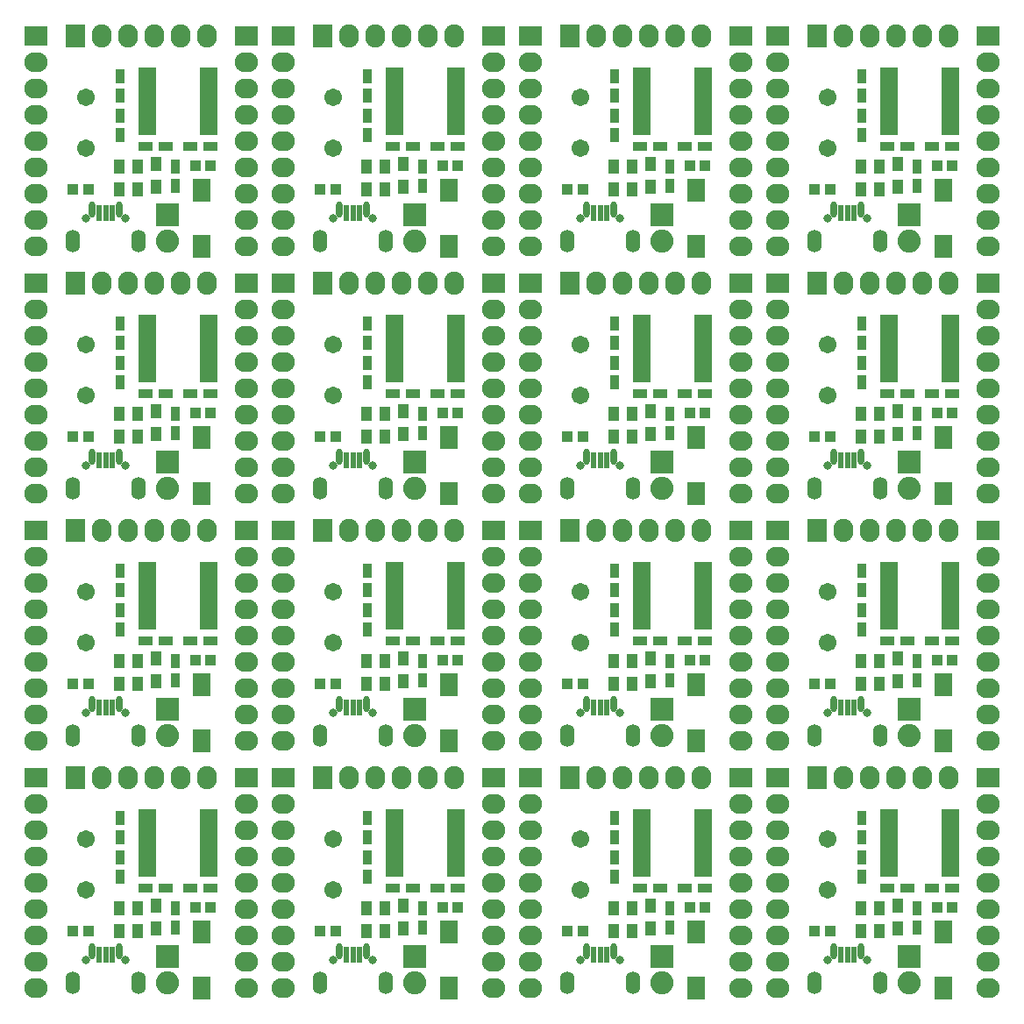
<source format=gts>
G04 #@! TF.FileFunction,Soldermask,Top*
%FSLAX46Y46*%
G04 Gerber Fmt 4.6, Leading zero omitted, Abs format (unit mm)*
G04 Created by KiCad (PCBNEW 4.0.1-2.201512121406+6195~38~ubuntu15.10.1-stable) date Monday, December 14, 2015 PM10:34:12 HKT*
%MOMM*%
G01*
G04 APERTURE LIST*
%ADD10C,0.100000*%
%ADD11R,2.235200X2.235200*%
%ADD12O,2.235200X2.235200*%
%ADD13C,1.704340*%
%ADD14R,1.803200X2.203200*%
%ADD15R,1.103200X1.403200*%
%ADD16R,2.235200X1.930400*%
%ADD17O,2.235200X1.930400*%
%ADD18R,1.930400X2.235200*%
%ADD19O,1.930400X2.235200*%
%ADD20R,1.653200X0.653200*%
%ADD21R,1.000760X1.000760*%
%ADD22R,0.953200X1.403200*%
%ADD23R,1.403200X0.953200*%
%ADD24O,0.603200X1.553200*%
%ADD25R,0.603200X1.553200*%
%ADD26O,1.403200X2.203200*%
%ADD27C,0.803200*%
G04 APERTURE END LIST*
D10*
D11*
X86106000Y4826000D03*
D12*
X86106000Y2286000D03*
D13*
X78232000Y11275060D03*
X78232000Y16156940D03*
D14*
X89408000Y1745000D03*
X89408000Y7145000D03*
D15*
X81407000Y9482000D03*
X81407000Y7282000D03*
X83185000Y7282000D03*
X83185000Y9482000D03*
X84963000Y9736000D03*
X84963000Y7536000D03*
D16*
X93726000Y22098000D03*
D17*
X93726000Y19558000D03*
X93726000Y17018000D03*
X93726000Y14478000D03*
X93726000Y11938000D03*
X93726000Y9398000D03*
X93726000Y6858000D03*
X93726000Y4318000D03*
X93726000Y1778000D03*
D16*
X73406000Y22098000D03*
D17*
X73406000Y19558000D03*
X73406000Y17018000D03*
X73406000Y14478000D03*
X73406000Y11938000D03*
X73406000Y9398000D03*
X73406000Y6858000D03*
X73406000Y4318000D03*
X73406000Y1778000D03*
D18*
X77216000Y22098000D03*
D19*
X79756000Y22098000D03*
X82296000Y22098000D03*
X84836000Y22098000D03*
X87376000Y22098000D03*
X89916000Y22098000D03*
D20*
X84172000Y18673000D03*
X84172000Y18023000D03*
X84172000Y17373000D03*
X84172000Y16723000D03*
X84172000Y16073000D03*
X84172000Y15423000D03*
X84172000Y14773000D03*
X84172000Y14123000D03*
X84172000Y13473000D03*
X84172000Y12823000D03*
X90072000Y12823000D03*
X90072000Y13473000D03*
X90072000Y14123000D03*
X90072000Y14773000D03*
X90072000Y15423000D03*
X90072000Y16073000D03*
X90072000Y16723000D03*
X90072000Y17373000D03*
X90072000Y18023000D03*
X90072000Y18673000D03*
D21*
X78473300Y7239000D03*
X76974700Y7239000D03*
X88785700Y9525000D03*
X90284300Y9525000D03*
D22*
X81534000Y16322000D03*
X81534000Y18222000D03*
X81534000Y14412000D03*
X81534000Y12512000D03*
D23*
X84013000Y11430000D03*
X85913000Y11430000D03*
X88331000Y11430000D03*
X90231000Y11430000D03*
D22*
X86868000Y7559000D03*
X86868000Y9459000D03*
D24*
X78837000Y5286000D03*
D25*
X79487000Y4961000D03*
X80137000Y4961000D03*
X80787000Y4961000D03*
D24*
X81437000Y5286000D03*
D26*
X76937000Y2286000D03*
X83337000Y2286000D03*
D27*
X78237000Y4436000D03*
X82037000Y4436000D03*
D11*
X86106000Y28702000D03*
D12*
X86106000Y26162000D03*
D13*
X78232000Y35151060D03*
X78232000Y40032940D03*
D14*
X89408000Y25621000D03*
X89408000Y31021000D03*
D15*
X81407000Y33358000D03*
X81407000Y31158000D03*
X83185000Y31158000D03*
X83185000Y33358000D03*
X84963000Y33612000D03*
X84963000Y31412000D03*
D16*
X93726000Y45974000D03*
D17*
X93726000Y43434000D03*
X93726000Y40894000D03*
X93726000Y38354000D03*
X93726000Y35814000D03*
X93726000Y33274000D03*
X93726000Y30734000D03*
X93726000Y28194000D03*
X93726000Y25654000D03*
D16*
X73406000Y45974000D03*
D17*
X73406000Y43434000D03*
X73406000Y40894000D03*
X73406000Y38354000D03*
X73406000Y35814000D03*
X73406000Y33274000D03*
X73406000Y30734000D03*
X73406000Y28194000D03*
X73406000Y25654000D03*
D18*
X77216000Y45974000D03*
D19*
X79756000Y45974000D03*
X82296000Y45974000D03*
X84836000Y45974000D03*
X87376000Y45974000D03*
X89916000Y45974000D03*
D20*
X84172000Y42549000D03*
X84172000Y41899000D03*
X84172000Y41249000D03*
X84172000Y40599000D03*
X84172000Y39949000D03*
X84172000Y39299000D03*
X84172000Y38649000D03*
X84172000Y37999000D03*
X84172000Y37349000D03*
X84172000Y36699000D03*
X90072000Y36699000D03*
X90072000Y37349000D03*
X90072000Y37999000D03*
X90072000Y38649000D03*
X90072000Y39299000D03*
X90072000Y39949000D03*
X90072000Y40599000D03*
X90072000Y41249000D03*
X90072000Y41899000D03*
X90072000Y42549000D03*
D21*
X78473300Y31115000D03*
X76974700Y31115000D03*
X88785700Y33401000D03*
X90284300Y33401000D03*
D22*
X81534000Y40198000D03*
X81534000Y42098000D03*
X81534000Y38288000D03*
X81534000Y36388000D03*
D23*
X84013000Y35306000D03*
X85913000Y35306000D03*
X88331000Y35306000D03*
X90231000Y35306000D03*
D22*
X86868000Y31435000D03*
X86868000Y33335000D03*
D24*
X78837000Y29162000D03*
D25*
X79487000Y28837000D03*
X80137000Y28837000D03*
X80787000Y28837000D03*
D24*
X81437000Y29162000D03*
D26*
X76937000Y26162000D03*
X83337000Y26162000D03*
D27*
X78237000Y28312000D03*
X82037000Y28312000D03*
D11*
X86106000Y52578000D03*
D12*
X86106000Y50038000D03*
D13*
X78232000Y59027060D03*
X78232000Y63908940D03*
D14*
X89408000Y49497000D03*
X89408000Y54897000D03*
D15*
X81407000Y57234000D03*
X81407000Y55034000D03*
X83185000Y55034000D03*
X83185000Y57234000D03*
X84963000Y57488000D03*
X84963000Y55288000D03*
D16*
X93726000Y69850000D03*
D17*
X93726000Y67310000D03*
X93726000Y64770000D03*
X93726000Y62230000D03*
X93726000Y59690000D03*
X93726000Y57150000D03*
X93726000Y54610000D03*
X93726000Y52070000D03*
X93726000Y49530000D03*
D16*
X73406000Y69850000D03*
D17*
X73406000Y67310000D03*
X73406000Y64770000D03*
X73406000Y62230000D03*
X73406000Y59690000D03*
X73406000Y57150000D03*
X73406000Y54610000D03*
X73406000Y52070000D03*
X73406000Y49530000D03*
D18*
X77216000Y69850000D03*
D19*
X79756000Y69850000D03*
X82296000Y69850000D03*
X84836000Y69850000D03*
X87376000Y69850000D03*
X89916000Y69850000D03*
D20*
X84172000Y66425000D03*
X84172000Y65775000D03*
X84172000Y65125000D03*
X84172000Y64475000D03*
X84172000Y63825000D03*
X84172000Y63175000D03*
X84172000Y62525000D03*
X84172000Y61875000D03*
X84172000Y61225000D03*
X84172000Y60575000D03*
X90072000Y60575000D03*
X90072000Y61225000D03*
X90072000Y61875000D03*
X90072000Y62525000D03*
X90072000Y63175000D03*
X90072000Y63825000D03*
X90072000Y64475000D03*
X90072000Y65125000D03*
X90072000Y65775000D03*
X90072000Y66425000D03*
D21*
X78473300Y54991000D03*
X76974700Y54991000D03*
X88785700Y57277000D03*
X90284300Y57277000D03*
D22*
X81534000Y64074000D03*
X81534000Y65974000D03*
X81534000Y62164000D03*
X81534000Y60264000D03*
D23*
X84013000Y59182000D03*
X85913000Y59182000D03*
X88331000Y59182000D03*
X90231000Y59182000D03*
D22*
X86868000Y55311000D03*
X86868000Y57211000D03*
D24*
X78837000Y53038000D03*
D25*
X79487000Y52713000D03*
X80137000Y52713000D03*
X80787000Y52713000D03*
D24*
X81437000Y53038000D03*
D26*
X76937000Y50038000D03*
X83337000Y50038000D03*
D27*
X78237000Y52188000D03*
X82037000Y52188000D03*
D11*
X86106000Y76454000D03*
D12*
X86106000Y73914000D03*
D13*
X78232000Y82903060D03*
X78232000Y87784940D03*
D14*
X89408000Y73373000D03*
X89408000Y78773000D03*
D15*
X81407000Y81110000D03*
X81407000Y78910000D03*
X83185000Y78910000D03*
X83185000Y81110000D03*
X84963000Y81364000D03*
X84963000Y79164000D03*
D16*
X93726000Y93726000D03*
D17*
X93726000Y91186000D03*
X93726000Y88646000D03*
X93726000Y86106000D03*
X93726000Y83566000D03*
X93726000Y81026000D03*
X93726000Y78486000D03*
X93726000Y75946000D03*
X93726000Y73406000D03*
D16*
X73406000Y93726000D03*
D17*
X73406000Y91186000D03*
X73406000Y88646000D03*
X73406000Y86106000D03*
X73406000Y83566000D03*
X73406000Y81026000D03*
X73406000Y78486000D03*
X73406000Y75946000D03*
X73406000Y73406000D03*
D18*
X77216000Y93726000D03*
D19*
X79756000Y93726000D03*
X82296000Y93726000D03*
X84836000Y93726000D03*
X87376000Y93726000D03*
X89916000Y93726000D03*
D20*
X84172000Y90301000D03*
X84172000Y89651000D03*
X84172000Y89001000D03*
X84172000Y88351000D03*
X84172000Y87701000D03*
X84172000Y87051000D03*
X84172000Y86401000D03*
X84172000Y85751000D03*
X84172000Y85101000D03*
X84172000Y84451000D03*
X90072000Y84451000D03*
X90072000Y85101000D03*
X90072000Y85751000D03*
X90072000Y86401000D03*
X90072000Y87051000D03*
X90072000Y87701000D03*
X90072000Y88351000D03*
X90072000Y89001000D03*
X90072000Y89651000D03*
X90072000Y90301000D03*
D21*
X78473300Y78867000D03*
X76974700Y78867000D03*
X88785700Y81153000D03*
X90284300Y81153000D03*
D22*
X81534000Y87950000D03*
X81534000Y89850000D03*
X81534000Y86040000D03*
X81534000Y84140000D03*
D23*
X84013000Y83058000D03*
X85913000Y83058000D03*
X88331000Y83058000D03*
X90231000Y83058000D03*
D22*
X86868000Y79187000D03*
X86868000Y81087000D03*
D24*
X78837000Y76914000D03*
D25*
X79487000Y76589000D03*
X80137000Y76589000D03*
X80787000Y76589000D03*
D24*
X81437000Y76914000D03*
D26*
X76937000Y73914000D03*
X83337000Y73914000D03*
D27*
X78237000Y76064000D03*
X82037000Y76064000D03*
D11*
X62230000Y4826000D03*
D12*
X62230000Y2286000D03*
D13*
X54356000Y11275060D03*
X54356000Y16156940D03*
D14*
X65532000Y1745000D03*
X65532000Y7145000D03*
D15*
X57531000Y9482000D03*
X57531000Y7282000D03*
X59309000Y7282000D03*
X59309000Y9482000D03*
X61087000Y9736000D03*
X61087000Y7536000D03*
D16*
X69850000Y22098000D03*
D17*
X69850000Y19558000D03*
X69850000Y17018000D03*
X69850000Y14478000D03*
X69850000Y11938000D03*
X69850000Y9398000D03*
X69850000Y6858000D03*
X69850000Y4318000D03*
X69850000Y1778000D03*
D16*
X49530000Y22098000D03*
D17*
X49530000Y19558000D03*
X49530000Y17018000D03*
X49530000Y14478000D03*
X49530000Y11938000D03*
X49530000Y9398000D03*
X49530000Y6858000D03*
X49530000Y4318000D03*
X49530000Y1778000D03*
D18*
X53340000Y22098000D03*
D19*
X55880000Y22098000D03*
X58420000Y22098000D03*
X60960000Y22098000D03*
X63500000Y22098000D03*
X66040000Y22098000D03*
D20*
X60296000Y18673000D03*
X60296000Y18023000D03*
X60296000Y17373000D03*
X60296000Y16723000D03*
X60296000Y16073000D03*
X60296000Y15423000D03*
X60296000Y14773000D03*
X60296000Y14123000D03*
X60296000Y13473000D03*
X60296000Y12823000D03*
X66196000Y12823000D03*
X66196000Y13473000D03*
X66196000Y14123000D03*
X66196000Y14773000D03*
X66196000Y15423000D03*
X66196000Y16073000D03*
X66196000Y16723000D03*
X66196000Y17373000D03*
X66196000Y18023000D03*
X66196000Y18673000D03*
D21*
X54597300Y7239000D03*
X53098700Y7239000D03*
X64909700Y9525000D03*
X66408300Y9525000D03*
D22*
X57658000Y16322000D03*
X57658000Y18222000D03*
X57658000Y14412000D03*
X57658000Y12512000D03*
D23*
X60137000Y11430000D03*
X62037000Y11430000D03*
X64455000Y11430000D03*
X66355000Y11430000D03*
D22*
X62992000Y7559000D03*
X62992000Y9459000D03*
D24*
X54961000Y5286000D03*
D25*
X55611000Y4961000D03*
X56261000Y4961000D03*
X56911000Y4961000D03*
D24*
X57561000Y5286000D03*
D26*
X53061000Y2286000D03*
X59461000Y2286000D03*
D27*
X54361000Y4436000D03*
X58161000Y4436000D03*
D11*
X62230000Y28702000D03*
D12*
X62230000Y26162000D03*
D13*
X54356000Y35151060D03*
X54356000Y40032940D03*
D14*
X65532000Y25621000D03*
X65532000Y31021000D03*
D15*
X57531000Y33358000D03*
X57531000Y31158000D03*
X59309000Y31158000D03*
X59309000Y33358000D03*
X61087000Y33612000D03*
X61087000Y31412000D03*
D16*
X69850000Y45974000D03*
D17*
X69850000Y43434000D03*
X69850000Y40894000D03*
X69850000Y38354000D03*
X69850000Y35814000D03*
X69850000Y33274000D03*
X69850000Y30734000D03*
X69850000Y28194000D03*
X69850000Y25654000D03*
D16*
X49530000Y45974000D03*
D17*
X49530000Y43434000D03*
X49530000Y40894000D03*
X49530000Y38354000D03*
X49530000Y35814000D03*
X49530000Y33274000D03*
X49530000Y30734000D03*
X49530000Y28194000D03*
X49530000Y25654000D03*
D18*
X53340000Y45974000D03*
D19*
X55880000Y45974000D03*
X58420000Y45974000D03*
X60960000Y45974000D03*
X63500000Y45974000D03*
X66040000Y45974000D03*
D20*
X60296000Y42549000D03*
X60296000Y41899000D03*
X60296000Y41249000D03*
X60296000Y40599000D03*
X60296000Y39949000D03*
X60296000Y39299000D03*
X60296000Y38649000D03*
X60296000Y37999000D03*
X60296000Y37349000D03*
X60296000Y36699000D03*
X66196000Y36699000D03*
X66196000Y37349000D03*
X66196000Y37999000D03*
X66196000Y38649000D03*
X66196000Y39299000D03*
X66196000Y39949000D03*
X66196000Y40599000D03*
X66196000Y41249000D03*
X66196000Y41899000D03*
X66196000Y42549000D03*
D21*
X54597300Y31115000D03*
X53098700Y31115000D03*
X64909700Y33401000D03*
X66408300Y33401000D03*
D22*
X57658000Y40198000D03*
X57658000Y42098000D03*
X57658000Y38288000D03*
X57658000Y36388000D03*
D23*
X60137000Y35306000D03*
X62037000Y35306000D03*
X64455000Y35306000D03*
X66355000Y35306000D03*
D22*
X62992000Y31435000D03*
X62992000Y33335000D03*
D24*
X54961000Y29162000D03*
D25*
X55611000Y28837000D03*
X56261000Y28837000D03*
X56911000Y28837000D03*
D24*
X57561000Y29162000D03*
D26*
X53061000Y26162000D03*
X59461000Y26162000D03*
D27*
X54361000Y28312000D03*
X58161000Y28312000D03*
D11*
X62230000Y52578000D03*
D12*
X62230000Y50038000D03*
D13*
X54356000Y59027060D03*
X54356000Y63908940D03*
D14*
X65532000Y49497000D03*
X65532000Y54897000D03*
D15*
X57531000Y57234000D03*
X57531000Y55034000D03*
X59309000Y55034000D03*
X59309000Y57234000D03*
X61087000Y57488000D03*
X61087000Y55288000D03*
D16*
X69850000Y69850000D03*
D17*
X69850000Y67310000D03*
X69850000Y64770000D03*
X69850000Y62230000D03*
X69850000Y59690000D03*
X69850000Y57150000D03*
X69850000Y54610000D03*
X69850000Y52070000D03*
X69850000Y49530000D03*
D16*
X49530000Y69850000D03*
D17*
X49530000Y67310000D03*
X49530000Y64770000D03*
X49530000Y62230000D03*
X49530000Y59690000D03*
X49530000Y57150000D03*
X49530000Y54610000D03*
X49530000Y52070000D03*
X49530000Y49530000D03*
D18*
X53340000Y69850000D03*
D19*
X55880000Y69850000D03*
X58420000Y69850000D03*
X60960000Y69850000D03*
X63500000Y69850000D03*
X66040000Y69850000D03*
D20*
X60296000Y66425000D03*
X60296000Y65775000D03*
X60296000Y65125000D03*
X60296000Y64475000D03*
X60296000Y63825000D03*
X60296000Y63175000D03*
X60296000Y62525000D03*
X60296000Y61875000D03*
X60296000Y61225000D03*
X60296000Y60575000D03*
X66196000Y60575000D03*
X66196000Y61225000D03*
X66196000Y61875000D03*
X66196000Y62525000D03*
X66196000Y63175000D03*
X66196000Y63825000D03*
X66196000Y64475000D03*
X66196000Y65125000D03*
X66196000Y65775000D03*
X66196000Y66425000D03*
D21*
X54597300Y54991000D03*
X53098700Y54991000D03*
X64909700Y57277000D03*
X66408300Y57277000D03*
D22*
X57658000Y64074000D03*
X57658000Y65974000D03*
X57658000Y62164000D03*
X57658000Y60264000D03*
D23*
X60137000Y59182000D03*
X62037000Y59182000D03*
X64455000Y59182000D03*
X66355000Y59182000D03*
D22*
X62992000Y55311000D03*
X62992000Y57211000D03*
D24*
X54961000Y53038000D03*
D25*
X55611000Y52713000D03*
X56261000Y52713000D03*
X56911000Y52713000D03*
D24*
X57561000Y53038000D03*
D26*
X53061000Y50038000D03*
X59461000Y50038000D03*
D27*
X54361000Y52188000D03*
X58161000Y52188000D03*
D11*
X62230000Y76454000D03*
D12*
X62230000Y73914000D03*
D13*
X54356000Y82903060D03*
X54356000Y87784940D03*
D14*
X65532000Y73373000D03*
X65532000Y78773000D03*
D15*
X57531000Y81110000D03*
X57531000Y78910000D03*
X59309000Y78910000D03*
X59309000Y81110000D03*
X61087000Y81364000D03*
X61087000Y79164000D03*
D16*
X69850000Y93726000D03*
D17*
X69850000Y91186000D03*
X69850000Y88646000D03*
X69850000Y86106000D03*
X69850000Y83566000D03*
X69850000Y81026000D03*
X69850000Y78486000D03*
X69850000Y75946000D03*
X69850000Y73406000D03*
D16*
X49530000Y93726000D03*
D17*
X49530000Y91186000D03*
X49530000Y88646000D03*
X49530000Y86106000D03*
X49530000Y83566000D03*
X49530000Y81026000D03*
X49530000Y78486000D03*
X49530000Y75946000D03*
X49530000Y73406000D03*
D18*
X53340000Y93726000D03*
D19*
X55880000Y93726000D03*
X58420000Y93726000D03*
X60960000Y93726000D03*
X63500000Y93726000D03*
X66040000Y93726000D03*
D20*
X60296000Y90301000D03*
X60296000Y89651000D03*
X60296000Y89001000D03*
X60296000Y88351000D03*
X60296000Y87701000D03*
X60296000Y87051000D03*
X60296000Y86401000D03*
X60296000Y85751000D03*
X60296000Y85101000D03*
X60296000Y84451000D03*
X66196000Y84451000D03*
X66196000Y85101000D03*
X66196000Y85751000D03*
X66196000Y86401000D03*
X66196000Y87051000D03*
X66196000Y87701000D03*
X66196000Y88351000D03*
X66196000Y89001000D03*
X66196000Y89651000D03*
X66196000Y90301000D03*
D21*
X54597300Y78867000D03*
X53098700Y78867000D03*
X64909700Y81153000D03*
X66408300Y81153000D03*
D22*
X57658000Y87950000D03*
X57658000Y89850000D03*
X57658000Y86040000D03*
X57658000Y84140000D03*
D23*
X60137000Y83058000D03*
X62037000Y83058000D03*
X64455000Y83058000D03*
X66355000Y83058000D03*
D22*
X62992000Y79187000D03*
X62992000Y81087000D03*
D24*
X54961000Y76914000D03*
D25*
X55611000Y76589000D03*
X56261000Y76589000D03*
X56911000Y76589000D03*
D24*
X57561000Y76914000D03*
D26*
X53061000Y73914000D03*
X59461000Y73914000D03*
D27*
X54361000Y76064000D03*
X58161000Y76064000D03*
D11*
X38354000Y4826000D03*
D12*
X38354000Y2286000D03*
D13*
X30480000Y11275060D03*
X30480000Y16156940D03*
D14*
X41656000Y1745000D03*
X41656000Y7145000D03*
D15*
X33655000Y9482000D03*
X33655000Y7282000D03*
X35433000Y7282000D03*
X35433000Y9482000D03*
X37211000Y9736000D03*
X37211000Y7536000D03*
D16*
X45974000Y22098000D03*
D17*
X45974000Y19558000D03*
X45974000Y17018000D03*
X45974000Y14478000D03*
X45974000Y11938000D03*
X45974000Y9398000D03*
X45974000Y6858000D03*
X45974000Y4318000D03*
X45974000Y1778000D03*
D16*
X25654000Y22098000D03*
D17*
X25654000Y19558000D03*
X25654000Y17018000D03*
X25654000Y14478000D03*
X25654000Y11938000D03*
X25654000Y9398000D03*
X25654000Y6858000D03*
X25654000Y4318000D03*
X25654000Y1778000D03*
D18*
X29464000Y22098000D03*
D19*
X32004000Y22098000D03*
X34544000Y22098000D03*
X37084000Y22098000D03*
X39624000Y22098000D03*
X42164000Y22098000D03*
D20*
X36420000Y18673000D03*
X36420000Y18023000D03*
X36420000Y17373000D03*
X36420000Y16723000D03*
X36420000Y16073000D03*
X36420000Y15423000D03*
X36420000Y14773000D03*
X36420000Y14123000D03*
X36420000Y13473000D03*
X36420000Y12823000D03*
X42320000Y12823000D03*
X42320000Y13473000D03*
X42320000Y14123000D03*
X42320000Y14773000D03*
X42320000Y15423000D03*
X42320000Y16073000D03*
X42320000Y16723000D03*
X42320000Y17373000D03*
X42320000Y18023000D03*
X42320000Y18673000D03*
D21*
X30721300Y7239000D03*
X29222700Y7239000D03*
X41033700Y9525000D03*
X42532300Y9525000D03*
D22*
X33782000Y16322000D03*
X33782000Y18222000D03*
X33782000Y14412000D03*
X33782000Y12512000D03*
D23*
X36261000Y11430000D03*
X38161000Y11430000D03*
X40579000Y11430000D03*
X42479000Y11430000D03*
D22*
X39116000Y7559000D03*
X39116000Y9459000D03*
D24*
X31085000Y5286000D03*
D25*
X31735000Y4961000D03*
X32385000Y4961000D03*
X33035000Y4961000D03*
D24*
X33685000Y5286000D03*
D26*
X29185000Y2286000D03*
X35585000Y2286000D03*
D27*
X30485000Y4436000D03*
X34285000Y4436000D03*
D11*
X38354000Y28702000D03*
D12*
X38354000Y26162000D03*
D13*
X30480000Y35151060D03*
X30480000Y40032940D03*
D14*
X41656000Y25621000D03*
X41656000Y31021000D03*
D15*
X33655000Y33358000D03*
X33655000Y31158000D03*
X35433000Y31158000D03*
X35433000Y33358000D03*
X37211000Y33612000D03*
X37211000Y31412000D03*
D16*
X45974000Y45974000D03*
D17*
X45974000Y43434000D03*
X45974000Y40894000D03*
X45974000Y38354000D03*
X45974000Y35814000D03*
X45974000Y33274000D03*
X45974000Y30734000D03*
X45974000Y28194000D03*
X45974000Y25654000D03*
D16*
X25654000Y45974000D03*
D17*
X25654000Y43434000D03*
X25654000Y40894000D03*
X25654000Y38354000D03*
X25654000Y35814000D03*
X25654000Y33274000D03*
X25654000Y30734000D03*
X25654000Y28194000D03*
X25654000Y25654000D03*
D18*
X29464000Y45974000D03*
D19*
X32004000Y45974000D03*
X34544000Y45974000D03*
X37084000Y45974000D03*
X39624000Y45974000D03*
X42164000Y45974000D03*
D20*
X36420000Y42549000D03*
X36420000Y41899000D03*
X36420000Y41249000D03*
X36420000Y40599000D03*
X36420000Y39949000D03*
X36420000Y39299000D03*
X36420000Y38649000D03*
X36420000Y37999000D03*
X36420000Y37349000D03*
X36420000Y36699000D03*
X42320000Y36699000D03*
X42320000Y37349000D03*
X42320000Y37999000D03*
X42320000Y38649000D03*
X42320000Y39299000D03*
X42320000Y39949000D03*
X42320000Y40599000D03*
X42320000Y41249000D03*
X42320000Y41899000D03*
X42320000Y42549000D03*
D21*
X30721300Y31115000D03*
X29222700Y31115000D03*
X41033700Y33401000D03*
X42532300Y33401000D03*
D22*
X33782000Y40198000D03*
X33782000Y42098000D03*
X33782000Y38288000D03*
X33782000Y36388000D03*
D23*
X36261000Y35306000D03*
X38161000Y35306000D03*
X40579000Y35306000D03*
X42479000Y35306000D03*
D22*
X39116000Y31435000D03*
X39116000Y33335000D03*
D24*
X31085000Y29162000D03*
D25*
X31735000Y28837000D03*
X32385000Y28837000D03*
X33035000Y28837000D03*
D24*
X33685000Y29162000D03*
D26*
X29185000Y26162000D03*
X35585000Y26162000D03*
D27*
X30485000Y28312000D03*
X34285000Y28312000D03*
D11*
X38354000Y52578000D03*
D12*
X38354000Y50038000D03*
D13*
X30480000Y59027060D03*
X30480000Y63908940D03*
D14*
X41656000Y49497000D03*
X41656000Y54897000D03*
D15*
X33655000Y57234000D03*
X33655000Y55034000D03*
X35433000Y55034000D03*
X35433000Y57234000D03*
X37211000Y57488000D03*
X37211000Y55288000D03*
D16*
X45974000Y69850000D03*
D17*
X45974000Y67310000D03*
X45974000Y64770000D03*
X45974000Y62230000D03*
X45974000Y59690000D03*
X45974000Y57150000D03*
X45974000Y54610000D03*
X45974000Y52070000D03*
X45974000Y49530000D03*
D16*
X25654000Y69850000D03*
D17*
X25654000Y67310000D03*
X25654000Y64770000D03*
X25654000Y62230000D03*
X25654000Y59690000D03*
X25654000Y57150000D03*
X25654000Y54610000D03*
X25654000Y52070000D03*
X25654000Y49530000D03*
D18*
X29464000Y69850000D03*
D19*
X32004000Y69850000D03*
X34544000Y69850000D03*
X37084000Y69850000D03*
X39624000Y69850000D03*
X42164000Y69850000D03*
D20*
X36420000Y66425000D03*
X36420000Y65775000D03*
X36420000Y65125000D03*
X36420000Y64475000D03*
X36420000Y63825000D03*
X36420000Y63175000D03*
X36420000Y62525000D03*
X36420000Y61875000D03*
X36420000Y61225000D03*
X36420000Y60575000D03*
X42320000Y60575000D03*
X42320000Y61225000D03*
X42320000Y61875000D03*
X42320000Y62525000D03*
X42320000Y63175000D03*
X42320000Y63825000D03*
X42320000Y64475000D03*
X42320000Y65125000D03*
X42320000Y65775000D03*
X42320000Y66425000D03*
D21*
X30721300Y54991000D03*
X29222700Y54991000D03*
X41033700Y57277000D03*
X42532300Y57277000D03*
D22*
X33782000Y64074000D03*
X33782000Y65974000D03*
X33782000Y62164000D03*
X33782000Y60264000D03*
D23*
X36261000Y59182000D03*
X38161000Y59182000D03*
X40579000Y59182000D03*
X42479000Y59182000D03*
D22*
X39116000Y55311000D03*
X39116000Y57211000D03*
D24*
X31085000Y53038000D03*
D25*
X31735000Y52713000D03*
X32385000Y52713000D03*
X33035000Y52713000D03*
D24*
X33685000Y53038000D03*
D26*
X29185000Y50038000D03*
X35585000Y50038000D03*
D27*
X30485000Y52188000D03*
X34285000Y52188000D03*
D11*
X38354000Y76454000D03*
D12*
X38354000Y73914000D03*
D13*
X30480000Y82903060D03*
X30480000Y87784940D03*
D14*
X41656000Y73373000D03*
X41656000Y78773000D03*
D15*
X33655000Y81110000D03*
X33655000Y78910000D03*
X35433000Y78910000D03*
X35433000Y81110000D03*
X37211000Y81364000D03*
X37211000Y79164000D03*
D16*
X45974000Y93726000D03*
D17*
X45974000Y91186000D03*
X45974000Y88646000D03*
X45974000Y86106000D03*
X45974000Y83566000D03*
X45974000Y81026000D03*
X45974000Y78486000D03*
X45974000Y75946000D03*
X45974000Y73406000D03*
D16*
X25654000Y93726000D03*
D17*
X25654000Y91186000D03*
X25654000Y88646000D03*
X25654000Y86106000D03*
X25654000Y83566000D03*
X25654000Y81026000D03*
X25654000Y78486000D03*
X25654000Y75946000D03*
X25654000Y73406000D03*
D18*
X29464000Y93726000D03*
D19*
X32004000Y93726000D03*
X34544000Y93726000D03*
X37084000Y93726000D03*
X39624000Y93726000D03*
X42164000Y93726000D03*
D20*
X36420000Y90301000D03*
X36420000Y89651000D03*
X36420000Y89001000D03*
X36420000Y88351000D03*
X36420000Y87701000D03*
X36420000Y87051000D03*
X36420000Y86401000D03*
X36420000Y85751000D03*
X36420000Y85101000D03*
X36420000Y84451000D03*
X42320000Y84451000D03*
X42320000Y85101000D03*
X42320000Y85751000D03*
X42320000Y86401000D03*
X42320000Y87051000D03*
X42320000Y87701000D03*
X42320000Y88351000D03*
X42320000Y89001000D03*
X42320000Y89651000D03*
X42320000Y90301000D03*
D21*
X30721300Y78867000D03*
X29222700Y78867000D03*
X41033700Y81153000D03*
X42532300Y81153000D03*
D22*
X33782000Y87950000D03*
X33782000Y89850000D03*
X33782000Y86040000D03*
X33782000Y84140000D03*
D23*
X36261000Y83058000D03*
X38161000Y83058000D03*
X40579000Y83058000D03*
X42479000Y83058000D03*
D22*
X39116000Y79187000D03*
X39116000Y81087000D03*
D24*
X31085000Y76914000D03*
D25*
X31735000Y76589000D03*
X32385000Y76589000D03*
X33035000Y76589000D03*
D24*
X33685000Y76914000D03*
D26*
X29185000Y73914000D03*
X35585000Y73914000D03*
D27*
X30485000Y76064000D03*
X34285000Y76064000D03*
D11*
X14478000Y4826000D03*
D12*
X14478000Y2286000D03*
D13*
X6604000Y11275060D03*
X6604000Y16156940D03*
D14*
X17780000Y1745000D03*
X17780000Y7145000D03*
D15*
X9779000Y9482000D03*
X9779000Y7282000D03*
X11557000Y7282000D03*
X11557000Y9482000D03*
X13335000Y9736000D03*
X13335000Y7536000D03*
D16*
X22098000Y22098000D03*
D17*
X22098000Y19558000D03*
X22098000Y17018000D03*
X22098000Y14478000D03*
X22098000Y11938000D03*
X22098000Y9398000D03*
X22098000Y6858000D03*
X22098000Y4318000D03*
X22098000Y1778000D03*
D16*
X1778000Y22098000D03*
D17*
X1778000Y19558000D03*
X1778000Y17018000D03*
X1778000Y14478000D03*
X1778000Y11938000D03*
X1778000Y9398000D03*
X1778000Y6858000D03*
X1778000Y4318000D03*
X1778000Y1778000D03*
D18*
X5588000Y22098000D03*
D19*
X8128000Y22098000D03*
X10668000Y22098000D03*
X13208000Y22098000D03*
X15748000Y22098000D03*
X18288000Y22098000D03*
D20*
X12544000Y18673000D03*
X12544000Y18023000D03*
X12544000Y17373000D03*
X12544000Y16723000D03*
X12544000Y16073000D03*
X12544000Y15423000D03*
X12544000Y14773000D03*
X12544000Y14123000D03*
X12544000Y13473000D03*
X12544000Y12823000D03*
X18444000Y12823000D03*
X18444000Y13473000D03*
X18444000Y14123000D03*
X18444000Y14773000D03*
X18444000Y15423000D03*
X18444000Y16073000D03*
X18444000Y16723000D03*
X18444000Y17373000D03*
X18444000Y18023000D03*
X18444000Y18673000D03*
D21*
X6845300Y7239000D03*
X5346700Y7239000D03*
X17157700Y9525000D03*
X18656300Y9525000D03*
D22*
X9906000Y16322000D03*
X9906000Y18222000D03*
X9906000Y14412000D03*
X9906000Y12512000D03*
D23*
X12385000Y11430000D03*
X14285000Y11430000D03*
X16703000Y11430000D03*
X18603000Y11430000D03*
D22*
X15240000Y7559000D03*
X15240000Y9459000D03*
D24*
X7209000Y5286000D03*
D25*
X7859000Y4961000D03*
X8509000Y4961000D03*
X9159000Y4961000D03*
D24*
X9809000Y5286000D03*
D26*
X5309000Y2286000D03*
X11709000Y2286000D03*
D27*
X6609000Y4436000D03*
X10409000Y4436000D03*
D11*
X14478000Y28702000D03*
D12*
X14478000Y26162000D03*
D13*
X6604000Y35151060D03*
X6604000Y40032940D03*
D14*
X17780000Y25621000D03*
X17780000Y31021000D03*
D15*
X9779000Y33358000D03*
X9779000Y31158000D03*
X11557000Y31158000D03*
X11557000Y33358000D03*
X13335000Y33612000D03*
X13335000Y31412000D03*
D16*
X22098000Y45974000D03*
D17*
X22098000Y43434000D03*
X22098000Y40894000D03*
X22098000Y38354000D03*
X22098000Y35814000D03*
X22098000Y33274000D03*
X22098000Y30734000D03*
X22098000Y28194000D03*
X22098000Y25654000D03*
D16*
X1778000Y45974000D03*
D17*
X1778000Y43434000D03*
X1778000Y40894000D03*
X1778000Y38354000D03*
X1778000Y35814000D03*
X1778000Y33274000D03*
X1778000Y30734000D03*
X1778000Y28194000D03*
X1778000Y25654000D03*
D18*
X5588000Y45974000D03*
D19*
X8128000Y45974000D03*
X10668000Y45974000D03*
X13208000Y45974000D03*
X15748000Y45974000D03*
X18288000Y45974000D03*
D20*
X12544000Y42549000D03*
X12544000Y41899000D03*
X12544000Y41249000D03*
X12544000Y40599000D03*
X12544000Y39949000D03*
X12544000Y39299000D03*
X12544000Y38649000D03*
X12544000Y37999000D03*
X12544000Y37349000D03*
X12544000Y36699000D03*
X18444000Y36699000D03*
X18444000Y37349000D03*
X18444000Y37999000D03*
X18444000Y38649000D03*
X18444000Y39299000D03*
X18444000Y39949000D03*
X18444000Y40599000D03*
X18444000Y41249000D03*
X18444000Y41899000D03*
X18444000Y42549000D03*
D21*
X6845300Y31115000D03*
X5346700Y31115000D03*
X17157700Y33401000D03*
X18656300Y33401000D03*
D22*
X9906000Y40198000D03*
X9906000Y42098000D03*
X9906000Y38288000D03*
X9906000Y36388000D03*
D23*
X12385000Y35306000D03*
X14285000Y35306000D03*
X16703000Y35306000D03*
X18603000Y35306000D03*
D22*
X15240000Y31435000D03*
X15240000Y33335000D03*
D24*
X7209000Y29162000D03*
D25*
X7859000Y28837000D03*
X8509000Y28837000D03*
X9159000Y28837000D03*
D24*
X9809000Y29162000D03*
D26*
X5309000Y26162000D03*
X11709000Y26162000D03*
D27*
X6609000Y28312000D03*
X10409000Y28312000D03*
D11*
X14478000Y52578000D03*
D12*
X14478000Y50038000D03*
D13*
X6604000Y59027060D03*
X6604000Y63908940D03*
D14*
X17780000Y49497000D03*
X17780000Y54897000D03*
D15*
X9779000Y57234000D03*
X9779000Y55034000D03*
X11557000Y55034000D03*
X11557000Y57234000D03*
X13335000Y57488000D03*
X13335000Y55288000D03*
D16*
X22098000Y69850000D03*
D17*
X22098000Y67310000D03*
X22098000Y64770000D03*
X22098000Y62230000D03*
X22098000Y59690000D03*
X22098000Y57150000D03*
X22098000Y54610000D03*
X22098000Y52070000D03*
X22098000Y49530000D03*
D16*
X1778000Y69850000D03*
D17*
X1778000Y67310000D03*
X1778000Y64770000D03*
X1778000Y62230000D03*
X1778000Y59690000D03*
X1778000Y57150000D03*
X1778000Y54610000D03*
X1778000Y52070000D03*
X1778000Y49530000D03*
D18*
X5588000Y69850000D03*
D19*
X8128000Y69850000D03*
X10668000Y69850000D03*
X13208000Y69850000D03*
X15748000Y69850000D03*
X18288000Y69850000D03*
D20*
X12544000Y66425000D03*
X12544000Y65775000D03*
X12544000Y65125000D03*
X12544000Y64475000D03*
X12544000Y63825000D03*
X12544000Y63175000D03*
X12544000Y62525000D03*
X12544000Y61875000D03*
X12544000Y61225000D03*
X12544000Y60575000D03*
X18444000Y60575000D03*
X18444000Y61225000D03*
X18444000Y61875000D03*
X18444000Y62525000D03*
X18444000Y63175000D03*
X18444000Y63825000D03*
X18444000Y64475000D03*
X18444000Y65125000D03*
X18444000Y65775000D03*
X18444000Y66425000D03*
D21*
X6845300Y54991000D03*
X5346700Y54991000D03*
X17157700Y57277000D03*
X18656300Y57277000D03*
D22*
X9906000Y64074000D03*
X9906000Y65974000D03*
X9906000Y62164000D03*
X9906000Y60264000D03*
D23*
X12385000Y59182000D03*
X14285000Y59182000D03*
X16703000Y59182000D03*
X18603000Y59182000D03*
D22*
X15240000Y55311000D03*
X15240000Y57211000D03*
D24*
X7209000Y53038000D03*
D25*
X7859000Y52713000D03*
X8509000Y52713000D03*
X9159000Y52713000D03*
D24*
X9809000Y53038000D03*
D26*
X5309000Y50038000D03*
X11709000Y50038000D03*
D27*
X6609000Y52188000D03*
X10409000Y52188000D03*
D24*
X7209000Y76914000D03*
D25*
X7859000Y76589000D03*
X8509000Y76589000D03*
X9159000Y76589000D03*
D24*
X9809000Y76914000D03*
D26*
X5309000Y73914000D03*
X11709000Y73914000D03*
D27*
X6609000Y76064000D03*
X10409000Y76064000D03*
D22*
X15240000Y79187000D03*
X15240000Y81087000D03*
D23*
X16703000Y83058000D03*
X18603000Y83058000D03*
X12385000Y83058000D03*
X14285000Y83058000D03*
D22*
X9906000Y86040000D03*
X9906000Y84140000D03*
X9906000Y87950000D03*
X9906000Y89850000D03*
D21*
X17157700Y81153000D03*
X18656300Y81153000D03*
X6845300Y78867000D03*
X5346700Y78867000D03*
D20*
X12544000Y90301000D03*
X12544000Y89651000D03*
X12544000Y89001000D03*
X12544000Y88351000D03*
X12544000Y87701000D03*
X12544000Y87051000D03*
X12544000Y86401000D03*
X12544000Y85751000D03*
X12544000Y85101000D03*
X12544000Y84451000D03*
X18444000Y84451000D03*
X18444000Y85101000D03*
X18444000Y85751000D03*
X18444000Y86401000D03*
X18444000Y87051000D03*
X18444000Y87701000D03*
X18444000Y88351000D03*
X18444000Y89001000D03*
X18444000Y89651000D03*
X18444000Y90301000D03*
D18*
X5588000Y93726000D03*
D19*
X8128000Y93726000D03*
X10668000Y93726000D03*
X13208000Y93726000D03*
X15748000Y93726000D03*
X18288000Y93726000D03*
D16*
X1778000Y93726000D03*
D17*
X1778000Y91186000D03*
X1778000Y88646000D03*
X1778000Y86106000D03*
X1778000Y83566000D03*
X1778000Y81026000D03*
X1778000Y78486000D03*
X1778000Y75946000D03*
X1778000Y73406000D03*
D16*
X22098000Y93726000D03*
D17*
X22098000Y91186000D03*
X22098000Y88646000D03*
X22098000Y86106000D03*
X22098000Y83566000D03*
X22098000Y81026000D03*
X22098000Y78486000D03*
X22098000Y75946000D03*
X22098000Y73406000D03*
D15*
X13335000Y81364000D03*
X13335000Y79164000D03*
X11557000Y78910000D03*
X11557000Y81110000D03*
X9779000Y81110000D03*
X9779000Y78910000D03*
D14*
X17780000Y73373000D03*
X17780000Y78773000D03*
D13*
X6604000Y82903060D03*
X6604000Y87784940D03*
D11*
X14478000Y76454000D03*
D12*
X14478000Y73914000D03*
M02*

</source>
